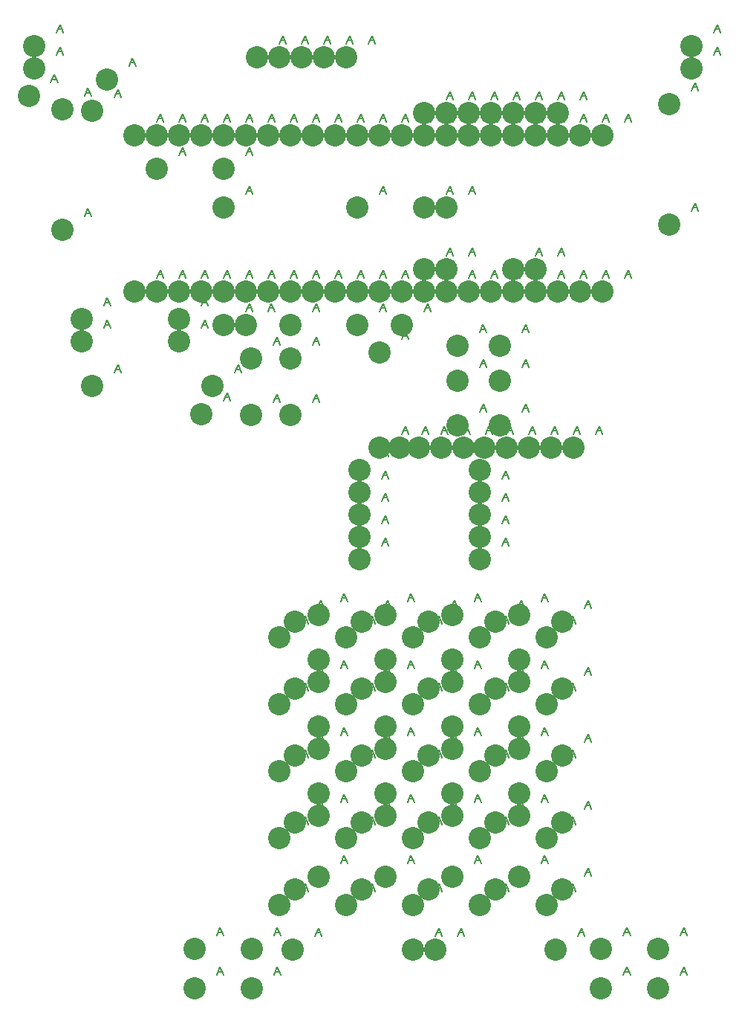
<source format=gbr>
%FSLAX23Y23*%
%MOIN*%
G04 EasyPC Gerber Version 17.0 Build 3379 *
%ADD14C,0.00500*%
%ADD13C,0.10000*%
X0Y0D02*
D02*
D13*
X108Y4178D03*
X133Y4303D03*
Y4403D03*
X258Y3578D03*
Y4118D03*
X345Y3078D03*
Y3178D03*
X392Y2878D03*
X393Y4113D03*
X458Y4253D03*
X583Y3303D03*
Y4003D03*
X683Y3303D03*
Y3853D03*
Y4003D03*
X783Y3078D03*
Y3178D03*
Y3303D03*
Y4003D03*
X852Y178D03*
Y355D03*
X883Y2753D03*
Y3303D03*
Y4003D03*
X933Y2878D03*
X983Y3153D03*
Y3303D03*
Y3678D03*
Y3853D03*
Y4003D03*
X1081Y3153D03*
X1083Y3303D03*
Y4003D03*
X1106Y2747D03*
Y3003D03*
X1108Y178D03*
Y355D03*
X1133Y4353D03*
X1183Y3303D03*
Y4003D03*
X1233Y553D03*
Y853D03*
Y1153D03*
Y1453D03*
Y1753D03*
Y4353D03*
X1283Y2747D03*
Y3003D03*
Y3153D03*
Y3303D03*
Y4003D03*
X1292Y353D03*
X1303Y623D03*
Y923D03*
Y1223D03*
Y1523D03*
Y1823D03*
X1333Y4353D03*
X1383Y3303D03*
Y4003D03*
X1408Y678D03*
Y953D03*
Y1053D03*
Y1252D03*
Y1353D03*
Y1553D03*
Y1653D03*
Y1853D03*
X1433Y4353D03*
X1483Y3303D03*
Y4003D03*
X1533Y553D03*
Y853D03*
Y1153D03*
Y1453D03*
Y1753D03*
Y4353D03*
X1583Y3153D03*
Y3303D03*
Y3678D03*
Y4003D03*
X1592Y2103D03*
Y2203D03*
Y2303D03*
Y2403D03*
Y2503D03*
X1603Y623D03*
Y923D03*
Y1223D03*
Y1523D03*
Y1823D03*
X1683Y2603D03*
Y3028D03*
Y3303D03*
Y4003D03*
X1708Y678D03*
Y953D03*
Y1053D03*
Y1252D03*
Y1353D03*
Y1553D03*
Y1653D03*
Y1853D03*
X1773Y2603D03*
X1783Y3153D03*
Y3303D03*
Y4003D03*
X1833Y353D03*
Y553D03*
Y853D03*
Y1153D03*
Y1453D03*
Y1753D03*
X1858Y2603D03*
X1883Y3303D03*
Y3403D03*
Y3678D03*
Y4003D03*
Y4103D03*
X1903Y623D03*
Y923D03*
Y1223D03*
Y1523D03*
Y1823D03*
X1933Y353D03*
X1958Y2603D03*
X1983Y3303D03*
Y3403D03*
Y3678D03*
Y4003D03*
Y4103D03*
X2008Y678D03*
Y953D03*
Y1053D03*
Y1252D03*
Y1353D03*
Y1553D03*
Y1653D03*
Y1853D03*
X2031Y3058D03*
X2033Y2703D03*
Y2903D03*
X2058Y2603D03*
X2083Y3303D03*
Y4003D03*
Y4103D03*
X2133Y553D03*
Y853D03*
Y1153D03*
Y1453D03*
Y1753D03*
Y2103D03*
Y2203D03*
Y2303D03*
Y2403D03*
Y2503D03*
X2153Y2603D03*
X2183Y3303D03*
Y4003D03*
Y4103D03*
X2203Y623D03*
Y923D03*
Y1223D03*
Y1523D03*
Y1823D03*
X2223Y2703D03*
Y2903D03*
Y3058D03*
X2253Y2603D03*
X2283Y3303D03*
Y3403D03*
Y4003D03*
Y4103D03*
X2308Y678D03*
Y953D03*
Y1053D03*
Y1252D03*
Y1353D03*
Y1553D03*
Y1653D03*
Y1853D03*
X2353Y2603D03*
X2383Y3303D03*
Y3403D03*
Y4003D03*
Y4103D03*
X2433Y553D03*
Y853D03*
Y1153D03*
Y1453D03*
Y1753D03*
X2453Y2603D03*
X2473Y353D03*
X2483Y3303D03*
Y4003D03*
Y4103D03*
X2503Y623D03*
Y923D03*
Y1223D03*
Y1523D03*
Y1823D03*
X2553Y2603D03*
X2583Y3303D03*
Y4003D03*
X2677Y178D03*
Y355D03*
X2683Y3303D03*
Y4003D03*
X2933Y178D03*
Y355D03*
X2983Y3603D03*
Y4143D03*
X3083Y4303D03*
Y4403D03*
D02*
D14*
X207Y4237D02*
X223Y4274D01*
X239Y4237*
X214Y4253D02*
X233D01*
Y4362D02*
X248Y4399D01*
X264Y4362*
X239Y4378D02*
X258D01*
X233Y4462D02*
X248Y4499D01*
X264Y4462*
X239Y4478D02*
X258D01*
X358Y3637D02*
X373Y3674D01*
X389Y3637*
X364Y3653D02*
X383D01*
X358Y4177D02*
X373Y4215D01*
X389Y4177*
X364Y4193D02*
X383D01*
X445Y3137D02*
X460Y3174D01*
X476Y3137*
X451Y3153D02*
X470D01*
X445Y3237D02*
X460Y3274D01*
X476Y3237*
X451Y3253D02*
X470D01*
X492Y2937D02*
X508Y2974D01*
X524Y2937*
X499Y2953D02*
X517D01*
X493Y4172D02*
X508Y4209D01*
X524Y4172*
X499Y4188D02*
X518D01*
X558Y4312D02*
X573Y4349D01*
X589Y4312*
X564Y4328D02*
X583D01*
X683Y3362D02*
X698Y3399D01*
X714Y3362*
X689Y3378D02*
X708D01*
X683Y4062D02*
X698Y4099D01*
X714Y4062*
X689Y4078D02*
X708D01*
X783Y3362D02*
X798Y3399D01*
X814Y3362*
X789Y3378D02*
X808D01*
X783Y3912D02*
X798Y3949D01*
X814Y3912*
X789Y3928D02*
X808D01*
X783Y4062D02*
X798Y4099D01*
X814Y4062*
X789Y4078D02*
X808D01*
X883Y3137D02*
X898Y3174D01*
X914Y3137*
X889Y3153D02*
X908D01*
X883Y3237D02*
X898Y3274D01*
X914Y3237*
X889Y3253D02*
X908D01*
X883Y3362D02*
X898Y3399D01*
X914Y3362*
X889Y3378D02*
X908D01*
X883Y4062D02*
X898Y4099D01*
X914Y4062*
X889Y4078D02*
X908D01*
X952Y237D02*
X967Y274D01*
X983Y237*
X958Y253D02*
X977D01*
X952Y414D02*
X967Y451D01*
X983Y414*
X958Y430D02*
X977D01*
X983Y2812D02*
X998Y2849D01*
X1014Y2812*
X989Y2828D02*
X1008D01*
X983Y3362D02*
X998Y3399D01*
X1014Y3362*
X989Y3378D02*
X1008D01*
X983Y4062D02*
X998Y4099D01*
X1014Y4062*
X989Y4078D02*
X1008D01*
X1033Y2937D02*
X1048Y2974D01*
X1064Y2937*
X1039Y2953D02*
X1058D01*
X1083Y3212D02*
X1098Y3249D01*
X1114Y3212*
X1089Y3228D02*
X1108D01*
X1083Y3362D02*
X1098Y3399D01*
X1114Y3362*
X1089Y3378D02*
X1108D01*
X1083Y3737D02*
X1098Y3774D01*
X1114Y3737*
X1089Y3753D02*
X1108D01*
X1083Y3912D02*
X1098Y3949D01*
X1114Y3912*
X1089Y3928D02*
X1108D01*
X1083Y4062D02*
X1098Y4099D01*
X1114Y4062*
X1089Y4078D02*
X1108D01*
X1181Y3212D02*
X1196Y3249D01*
X1212Y3212*
X1187Y3228D02*
X1206D01*
X1183Y3362D02*
X1198Y3399D01*
X1214Y3362*
X1189Y3378D02*
X1208D01*
X1183Y4062D02*
X1198Y4099D01*
X1214Y4062*
X1189Y4078D02*
X1208D01*
X1206Y2806D02*
X1221Y2843D01*
X1237Y2806*
X1212Y2822D02*
X1231D01*
X1206Y3062D02*
X1221Y3099D01*
X1237Y3062*
X1212Y3078D02*
X1231D01*
X1208Y237D02*
X1223Y274D01*
X1239Y237*
X1214Y253D02*
X1233D01*
X1208Y414D02*
X1223Y451D01*
X1239Y414*
X1214Y430D02*
X1233D01*
Y4412D02*
X1248Y4449D01*
X1264Y4412*
X1239Y4428D02*
X1258D01*
X1283Y3362D02*
X1298Y3399D01*
X1314Y3362*
X1289Y3378D02*
X1308D01*
X1283Y4062D02*
X1298Y4099D01*
X1314Y4062*
X1289Y4078D02*
X1308D01*
X1333Y612D02*
X1348Y649D01*
X1364Y612*
X1339Y627D02*
X1358D01*
X1333Y912D02*
X1348Y949D01*
X1364Y912*
X1339Y928D02*
X1358D01*
X1333Y1212D02*
X1348Y1249D01*
X1364Y1212*
X1339Y1228D02*
X1358D01*
X1333Y1512D02*
X1348Y1549D01*
X1364Y1512*
X1339Y1528D02*
X1358D01*
X1333Y1812D02*
X1348Y1849D01*
X1364Y1812*
X1339Y1828D02*
X1358D01*
X1333Y4412D02*
X1348Y4449D01*
X1364Y4412*
X1339Y4428D02*
X1358D01*
X1383Y2806D02*
X1398Y2843D01*
X1414Y2806*
X1389Y2822D02*
X1408D01*
X1383Y3062D02*
X1398Y3099D01*
X1414Y3062*
X1389Y3078D02*
X1408D01*
X1383Y3212D02*
X1398Y3249D01*
X1414Y3212*
X1389Y3228D02*
X1408D01*
X1383Y3362D02*
X1398Y3399D01*
X1414Y3362*
X1389Y3378D02*
X1408D01*
X1383Y4062D02*
X1398Y4099D01*
X1414Y4062*
X1389Y4078D02*
X1408D01*
X1392Y412D02*
X1408Y449D01*
X1424Y412*
X1399Y428D02*
X1417D01*
X1403Y683D02*
X1419Y720D01*
X1434Y683*
X1409Y698D02*
X1428D01*
X1403Y983D02*
X1419Y1020D01*
X1434Y983*
X1409Y998D02*
X1428D01*
X1403Y1283D02*
X1419Y1320D01*
X1434Y1283*
X1409Y1298D02*
X1428D01*
X1403Y1583D02*
X1419Y1620D01*
X1434Y1583*
X1409Y1598D02*
X1428D01*
X1403Y1883D02*
X1419Y1920D01*
X1434Y1883*
X1409Y1898D02*
X1428D01*
X1433Y4412D02*
X1448Y4449D01*
X1464Y4412*
X1439Y4428D02*
X1458D01*
X1483Y3362D02*
X1498Y3399D01*
X1514Y3362*
X1489Y3378D02*
X1508D01*
X1483Y4062D02*
X1498Y4099D01*
X1514Y4062*
X1489Y4078D02*
X1508D01*
Y737D02*
X1523Y774D01*
X1539Y737*
X1514Y753D02*
X1533D01*
X1508Y1012D02*
X1523Y1049D01*
X1539Y1012*
X1514Y1028D02*
X1533D01*
X1508Y1112D02*
X1523Y1149D01*
X1539Y1112*
X1514Y1127D02*
X1533D01*
X1508Y1312D02*
X1523Y1349D01*
X1539Y1312*
X1514Y1328D02*
X1533D01*
X1508Y1412D02*
X1523Y1449D01*
X1539Y1412*
X1514Y1428D02*
X1533D01*
X1508Y1612D02*
X1523Y1649D01*
X1539Y1612*
X1514Y1628D02*
X1533D01*
X1508Y1712D02*
X1523Y1749D01*
X1539Y1712*
X1514Y1728D02*
X1533D01*
X1508Y1912D02*
X1523Y1949D01*
X1539Y1912*
X1514Y1928D02*
X1533D01*
Y4412D02*
X1548Y4449D01*
X1564Y4412*
X1539Y4428D02*
X1558D01*
X1583Y3362D02*
X1598Y3399D01*
X1614Y3362*
X1589Y3378D02*
X1608D01*
X1583Y4062D02*
X1598Y4099D01*
X1614Y4062*
X1589Y4078D02*
X1608D01*
X1633Y612D02*
X1648Y649D01*
X1664Y612*
X1639Y627D02*
X1658D01*
X1633Y912D02*
X1648Y949D01*
X1664Y912*
X1639Y928D02*
X1658D01*
X1633Y1212D02*
X1648Y1249D01*
X1664Y1212*
X1639Y1228D02*
X1658D01*
X1633Y1512D02*
X1648Y1549D01*
X1664Y1512*
X1639Y1528D02*
X1658D01*
X1633Y1812D02*
X1648Y1849D01*
X1664Y1812*
X1639Y1828D02*
X1658D01*
X1633Y4412D02*
X1648Y4449D01*
X1664Y4412*
X1639Y4428D02*
X1658D01*
X1683Y3212D02*
X1698Y3249D01*
X1714Y3212*
X1689Y3228D02*
X1708D01*
X1683Y3362D02*
X1698Y3399D01*
X1714Y3362*
X1689Y3378D02*
X1708D01*
X1683Y3737D02*
X1698Y3774D01*
X1714Y3737*
X1689Y3753D02*
X1708D01*
X1683Y4062D02*
X1698Y4099D01*
X1714Y4062*
X1689Y4078D02*
X1708D01*
X1692Y2162D02*
X1708Y2199D01*
X1724Y2162*
X1699Y2178D02*
X1717D01*
X1692Y2262D02*
X1708Y2299D01*
X1724Y2262*
X1699Y2278D02*
X1717D01*
X1692Y2362D02*
X1708Y2399D01*
X1724Y2362*
X1699Y2378D02*
X1717D01*
X1692Y2462D02*
X1708Y2499D01*
X1724Y2462*
X1699Y2478D02*
X1717D01*
X1692Y2562D02*
X1708Y2599D01*
X1724Y2562*
X1699Y2578D02*
X1717D01*
X1703Y683D02*
X1719Y720D01*
X1734Y683*
X1709Y698D02*
X1728D01*
X1703Y983D02*
X1719Y1020D01*
X1734Y983*
X1709Y998D02*
X1728D01*
X1703Y1283D02*
X1719Y1320D01*
X1734Y1283*
X1709Y1298D02*
X1728D01*
X1703Y1583D02*
X1719Y1620D01*
X1734Y1583*
X1709Y1598D02*
X1728D01*
X1703Y1883D02*
X1719Y1920D01*
X1734Y1883*
X1709Y1898D02*
X1728D01*
X1783Y2662D02*
X1798Y2699D01*
X1814Y2662*
X1789Y2678D02*
X1808D01*
X1783Y3087D02*
X1798Y3124D01*
X1814Y3087*
X1789Y3103D02*
X1808D01*
X1783Y3362D02*
X1798Y3399D01*
X1814Y3362*
X1789Y3378D02*
X1808D01*
X1783Y4062D02*
X1798Y4099D01*
X1814Y4062*
X1789Y4078D02*
X1808D01*
Y737D02*
X1823Y774D01*
X1839Y737*
X1814Y753D02*
X1833D01*
X1808Y1012D02*
X1823Y1049D01*
X1839Y1012*
X1814Y1028D02*
X1833D01*
X1808Y1112D02*
X1823Y1149D01*
X1839Y1112*
X1814Y1127D02*
X1833D01*
X1808Y1312D02*
X1823Y1349D01*
X1839Y1312*
X1814Y1328D02*
X1833D01*
X1808Y1412D02*
X1823Y1449D01*
X1839Y1412*
X1814Y1428D02*
X1833D01*
X1808Y1612D02*
X1823Y1649D01*
X1839Y1612*
X1814Y1628D02*
X1833D01*
X1808Y1712D02*
X1823Y1749D01*
X1839Y1712*
X1814Y1728D02*
X1833D01*
X1808Y1912D02*
X1823Y1949D01*
X1839Y1912*
X1814Y1928D02*
X1833D01*
X1873Y2662D02*
X1888Y2699D01*
X1904Y2662*
X1879Y2678D02*
X1898D01*
X1883Y3212D02*
X1898Y3249D01*
X1914Y3212*
X1889Y3228D02*
X1908D01*
X1883Y3362D02*
X1898Y3399D01*
X1914Y3362*
X1889Y3378D02*
X1908D01*
X1883Y4062D02*
X1898Y4099D01*
X1914Y4062*
X1889Y4078D02*
X1908D01*
X1933Y412D02*
X1948Y449D01*
X1964Y412*
X1939Y428D02*
X1958D01*
X1933Y612D02*
X1948Y649D01*
X1964Y612*
X1939Y627D02*
X1958D01*
X1933Y912D02*
X1948Y949D01*
X1964Y912*
X1939Y928D02*
X1958D01*
X1933Y1212D02*
X1948Y1249D01*
X1964Y1212*
X1939Y1228D02*
X1958D01*
X1933Y1512D02*
X1948Y1549D01*
X1964Y1512*
X1939Y1528D02*
X1958D01*
X1933Y1812D02*
X1948Y1849D01*
X1964Y1812*
X1939Y1828D02*
X1958D01*
Y2662D02*
X1973Y2699D01*
X1989Y2662*
X1964Y2678D02*
X1983D01*
Y3362D02*
X1998Y3399D01*
X2014Y3362*
X1989Y3378D02*
X2008D01*
X1983Y3462D02*
X1998Y3499D01*
X2014Y3462*
X1989Y3478D02*
X2008D01*
X1983Y3737D02*
X1998Y3774D01*
X2014Y3737*
X1989Y3753D02*
X2008D01*
X1983Y4062D02*
X1998Y4099D01*
X2014Y4062*
X1989Y4078D02*
X2008D01*
X1983Y4162D02*
X1998Y4199D01*
X2014Y4162*
X1989Y4178D02*
X2008D01*
X2003Y683D02*
X2019Y720D01*
X2034Y683*
X2009Y698D02*
X2028D01*
X2003Y983D02*
X2019Y1020D01*
X2034Y983*
X2009Y998D02*
X2028D01*
X2003Y1283D02*
X2019Y1320D01*
X2034Y1283*
X2009Y1298D02*
X2028D01*
X2003Y1583D02*
X2019Y1620D01*
X2034Y1583*
X2009Y1598D02*
X2028D01*
X2003Y1883D02*
X2019Y1920D01*
X2034Y1883*
X2009Y1898D02*
X2028D01*
X2033Y412D02*
X2048Y449D01*
X2064Y412*
X2039Y428D02*
X2058D01*
Y2662D02*
X2073Y2699D01*
X2089Y2662*
X2064Y2678D02*
X2083D01*
Y3362D02*
X2098Y3399D01*
X2114Y3362*
X2089Y3378D02*
X2108D01*
X2083Y3462D02*
X2098Y3499D01*
X2114Y3462*
X2089Y3478D02*
X2108D01*
X2083Y3737D02*
X2098Y3774D01*
X2114Y3737*
X2089Y3753D02*
X2108D01*
X2083Y4062D02*
X2098Y4099D01*
X2114Y4062*
X2089Y4078D02*
X2108D01*
X2083Y4162D02*
X2098Y4199D01*
X2114Y4162*
X2089Y4178D02*
X2108D01*
Y737D02*
X2123Y774D01*
X2139Y737*
X2114Y753D02*
X2133D01*
X2108Y1012D02*
X2123Y1049D01*
X2139Y1012*
X2114Y1028D02*
X2133D01*
X2108Y1112D02*
X2123Y1149D01*
X2139Y1112*
X2114Y1127D02*
X2133D01*
X2108Y1312D02*
X2123Y1349D01*
X2139Y1312*
X2114Y1328D02*
X2133D01*
X2108Y1412D02*
X2123Y1449D01*
X2139Y1412*
X2114Y1428D02*
X2133D01*
X2108Y1612D02*
X2123Y1649D01*
X2139Y1612*
X2114Y1628D02*
X2133D01*
X2108Y1712D02*
X2123Y1749D01*
X2139Y1712*
X2114Y1728D02*
X2133D01*
X2108Y1912D02*
X2123Y1949D01*
X2139Y1912*
X2114Y1928D02*
X2133D01*
X2131Y3117D02*
X2146Y3154D01*
X2162Y3117*
X2137Y3133D02*
X2156D01*
X2133Y2762D02*
X2148Y2799D01*
X2164Y2762*
X2139Y2778D02*
X2158D01*
X2133Y2962D02*
X2148Y2999D01*
X2164Y2962*
X2139Y2978D02*
X2158D01*
Y2662D02*
X2173Y2699D01*
X2189Y2662*
X2164Y2678D02*
X2183D01*
Y3362D02*
X2198Y3399D01*
X2214Y3362*
X2189Y3378D02*
X2208D01*
X2183Y4062D02*
X2198Y4099D01*
X2214Y4062*
X2189Y4078D02*
X2208D01*
X2183Y4162D02*
X2198Y4199D01*
X2214Y4162*
X2189Y4178D02*
X2208D01*
X2233Y612D02*
X2248Y649D01*
X2264Y612*
X2239Y627D02*
X2258D01*
X2233Y912D02*
X2248Y949D01*
X2264Y912*
X2239Y928D02*
X2258D01*
X2233Y1212D02*
X2248Y1249D01*
X2264Y1212*
X2239Y1228D02*
X2258D01*
X2233Y1512D02*
X2248Y1549D01*
X2264Y1512*
X2239Y1528D02*
X2258D01*
X2233Y1812D02*
X2248Y1849D01*
X2264Y1812*
X2239Y1828D02*
X2258D01*
X2233Y2162D02*
X2248Y2199D01*
X2264Y2162*
X2239Y2178D02*
X2258D01*
X2233Y2262D02*
X2248Y2299D01*
X2264Y2262*
X2239Y2278D02*
X2258D01*
X2233Y2362D02*
X2248Y2399D01*
X2264Y2362*
X2239Y2378D02*
X2258D01*
X2233Y2462D02*
X2248Y2499D01*
X2264Y2462*
X2239Y2478D02*
X2258D01*
X2233Y2562D02*
X2248Y2599D01*
X2264Y2562*
X2239Y2578D02*
X2258D01*
X2253Y2662D02*
X2268Y2699D01*
X2284Y2662*
X2259Y2678D02*
X2278D01*
X2283Y3362D02*
X2298Y3399D01*
X2314Y3362*
X2289Y3378D02*
X2308D01*
X2283Y4062D02*
X2298Y4099D01*
X2314Y4062*
X2289Y4078D02*
X2308D01*
X2283Y4162D02*
X2298Y4199D01*
X2314Y4162*
X2289Y4178D02*
X2308D01*
X2303Y683D02*
X2319Y720D01*
X2334Y683*
X2309Y698D02*
X2328D01*
X2303Y983D02*
X2319Y1020D01*
X2334Y983*
X2309Y998D02*
X2328D01*
X2303Y1283D02*
X2319Y1320D01*
X2334Y1283*
X2309Y1298D02*
X2328D01*
X2303Y1583D02*
X2319Y1620D01*
X2334Y1583*
X2309Y1598D02*
X2328D01*
X2303Y1883D02*
X2319Y1920D01*
X2334Y1883*
X2309Y1898D02*
X2328D01*
X2322Y2762D02*
X2338Y2799D01*
X2354Y2762*
X2329Y2778D02*
X2348D01*
X2322Y2962D02*
X2338Y2999D01*
X2354Y2962*
X2329Y2978D02*
X2348D01*
X2322Y3117D02*
X2338Y3154D01*
X2354Y3117*
X2329Y3133D02*
X2348D01*
X2353Y2662D02*
X2368Y2699D01*
X2384Y2662*
X2359Y2678D02*
X2378D01*
X2383Y3362D02*
X2398Y3399D01*
X2414Y3362*
X2389Y3378D02*
X2408D01*
X2383Y3462D02*
X2398Y3499D01*
X2414Y3462*
X2389Y3478D02*
X2408D01*
X2383Y4062D02*
X2398Y4099D01*
X2414Y4062*
X2389Y4078D02*
X2408D01*
X2383Y4162D02*
X2398Y4199D01*
X2414Y4162*
X2389Y4178D02*
X2408D01*
Y737D02*
X2423Y774D01*
X2439Y737*
X2414Y753D02*
X2433D01*
X2408Y1012D02*
X2423Y1049D01*
X2439Y1012*
X2414Y1028D02*
X2433D01*
X2408Y1112D02*
X2423Y1149D01*
X2439Y1112*
X2414Y1127D02*
X2433D01*
X2408Y1312D02*
X2423Y1349D01*
X2439Y1312*
X2414Y1328D02*
X2433D01*
X2408Y1412D02*
X2423Y1449D01*
X2439Y1412*
X2414Y1428D02*
X2433D01*
X2408Y1612D02*
X2423Y1649D01*
X2439Y1612*
X2414Y1628D02*
X2433D01*
X2408Y1712D02*
X2423Y1749D01*
X2439Y1712*
X2414Y1728D02*
X2433D01*
X2408Y1912D02*
X2423Y1949D01*
X2439Y1912*
X2414Y1928D02*
X2433D01*
X2453Y2662D02*
X2468Y2699D01*
X2484Y2662*
X2459Y2678D02*
X2478D01*
X2483Y3362D02*
X2498Y3399D01*
X2514Y3362*
X2489Y3378D02*
X2508D01*
X2483Y3462D02*
X2498Y3499D01*
X2514Y3462*
X2489Y3478D02*
X2508D01*
X2483Y4062D02*
X2498Y4099D01*
X2514Y4062*
X2489Y4078D02*
X2508D01*
X2483Y4162D02*
X2498Y4199D01*
X2514Y4162*
X2489Y4178D02*
X2508D01*
X2533Y612D02*
X2548Y649D01*
X2564Y612*
X2539Y627D02*
X2558D01*
X2533Y912D02*
X2548Y949D01*
X2564Y912*
X2539Y928D02*
X2558D01*
X2533Y1212D02*
X2548Y1249D01*
X2564Y1212*
X2539Y1228D02*
X2558D01*
X2533Y1512D02*
X2548Y1549D01*
X2564Y1512*
X2539Y1528D02*
X2558D01*
X2533Y1812D02*
X2548Y1849D01*
X2564Y1812*
X2539Y1828D02*
X2558D01*
X2553Y2662D02*
X2568Y2699D01*
X2584Y2662*
X2559Y2678D02*
X2578D01*
X2573Y412D02*
X2588Y449D01*
X2604Y412*
X2579Y428D02*
X2598D01*
X2583Y3362D02*
X2598Y3399D01*
X2614Y3362*
X2589Y3378D02*
X2608D01*
X2583Y4062D02*
X2598Y4099D01*
X2614Y4062*
X2589Y4078D02*
X2608D01*
X2583Y4162D02*
X2598Y4199D01*
X2614Y4162*
X2589Y4178D02*
X2608D01*
X2603Y683D02*
X2619Y720D01*
X2634Y683*
X2609Y698D02*
X2628D01*
X2603Y983D02*
X2619Y1020D01*
X2634Y983*
X2609Y998D02*
X2628D01*
X2603Y1283D02*
X2619Y1320D01*
X2634Y1283*
X2609Y1298D02*
X2628D01*
X2603Y1583D02*
X2619Y1620D01*
X2634Y1583*
X2609Y1598D02*
X2628D01*
X2603Y1883D02*
X2619Y1920D01*
X2634Y1883*
X2609Y1898D02*
X2628D01*
X2653Y2662D02*
X2668Y2699D01*
X2684Y2662*
X2659Y2678D02*
X2678D01*
X2683Y3362D02*
X2698Y3399D01*
X2714Y3362*
X2689Y3378D02*
X2708D01*
X2683Y4062D02*
X2698Y4099D01*
X2714Y4062*
X2689Y4078D02*
X2708D01*
X2777Y237D02*
X2792Y274D01*
X2808Y237*
X2783Y253D02*
X2802D01*
X2777Y414D02*
X2792Y451D01*
X2808Y414*
X2783Y430D02*
X2802D01*
X2783Y3362D02*
X2798Y3399D01*
X2814Y3362*
X2789Y3378D02*
X2808D01*
X2783Y4062D02*
X2798Y4099D01*
X2814Y4062*
X2789Y4078D02*
X2808D01*
X3033Y237D02*
X3048Y274D01*
X3064Y237*
X3039Y253D02*
X3058D01*
X3033Y414D02*
X3048Y451D01*
X3064Y414*
X3039Y430D02*
X3058D01*
X3083Y3662D02*
X3098Y3699D01*
X3114Y3662*
X3089Y3678D02*
X3108D01*
X3083Y4202D02*
X3098Y4240D01*
X3114Y4202*
X3089Y4218D02*
X3108D01*
X3183Y4362D02*
X3198Y4399D01*
X3214Y4362*
X3189Y4378D02*
X3208D01*
X3183Y4462D02*
X3198Y4499D01*
X3214Y4462*
X3189Y4478D02*
X3208D01*
X0Y0D02*
M02*

</source>
